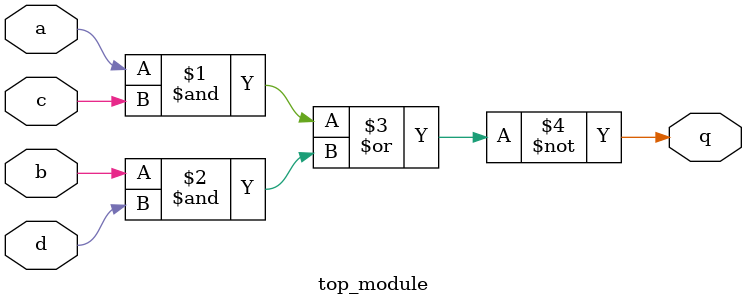
<source format=sv>
module top_module (
    input a, 
    input b, 
    input c, 
    input d,
    output q
);

  assign q = ~((a & c) | (b & d));

endmodule

</source>
